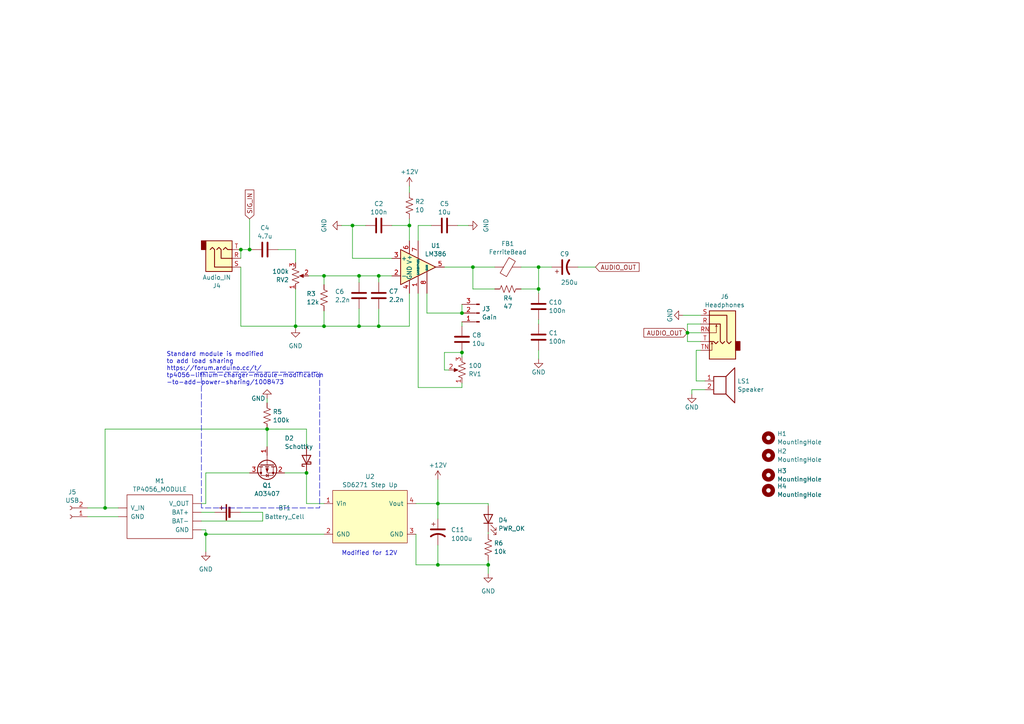
<source format=kicad_sch>
(kicad_sch (version 20230121) (generator eeschema)
  (paper "A4")
  (lib_symbols
    (symbol "!my-kicad-library:AO3407" (pin_names hide)
      (property "Reference" "Q1" (at 0 8.4115 90))
      (property "Value" "AO3407" (at 0 5.6364 90))
      (symbol "AO3407_0_1"
        (polyline (pts (xy 0.254 0) (xy -2.54 0)))
        (polyline (pts (xy 0.254 1.905) (xy 0.254 -1.905)) (stroke (width 0.254)))
        (polyline (pts (xy 0.762 -1.27) (xy 0.762 -2.286)) (stroke (width 0.254)))
        (polyline (pts (xy 0.762 0.508) (xy 0.762 -0.508)) (stroke (width 0.254)))
        (polyline (pts (xy 0.762 2.286) (xy 0.762 1.27)) (stroke (width 0.254)))
        (polyline (pts (xy 2.54 2.54) (xy 2.54 1.778)))
        (polyline (pts (xy 2.54 -2.54) (xy 2.54 0) (xy 0.762 0)))
        (polyline (pts (xy 0.762 1.778) (xy 3.302 1.778) (xy 3.302 -1.778) (xy 0.762 -1.778)))
        (polyline (pts (xy 2.286 0) (xy 1.27 0.381) (xy 1.27 -0.381) (xy 2.286 0)) (fill (type outline)))
        (polyline (pts (xy 2.794 -0.508) (xy 2.921 -0.381) (xy 3.683 -0.381) (xy 3.81 -0.254)))
        (polyline (pts (xy 3.302 -0.381) (xy 2.921 0.254) (xy 3.683 0.254) (xy 3.302 -0.381)))
        (circle (center 1.651 0) (radius 2.794) (stroke (width 0.254)))
        (circle (center 2.54 -1.778) (radius 0.254) (fill (type outline)))
        (circle (center 2.54 1.778) (radius 0.254) (fill (type outline)))
      )
      (symbol "AO3407_1_1"
        (pin input line (at -5.08 0 0) (length 2.54) (name "G") (number "1"))
        (pin passive line (at 2.54 -5.08 90) (length 2.54) (name "S") (number "2"))
        (pin passive line (at 2.54 5.08 270) (length 2.54) (name "D") (number "3"))
      )
    )
    (symbol "!my-kicad-library:TP4056_MODULE_RAW" (pin_numbers hide) (pin_names (offset 1.016))
      (property "Reference" "M" (at 0 -6.35 0))
      (property "Value" "TP4056_MODULE" (at 0 7.62 0))
      (symbol "TP4056_MODULE_RAW_0_1"
        (rectangle (start -8.89 5.08) (end 10.16 -7.62))
      )
      (symbol "TP4056_MODULE_RAW_1_1"
        (pin power_in line (at -11.43 1.27 0) (length 2.54) (name "V_IN") (number "1"))
        (pin power_in line (at -11.43 -1.27 0) (length 2.54) (name "GND") (number "2"))
        (pin power_out line (at 12.7 2.54 180) (length 2.54) (name "V_OUT") (number "3"))
        (pin power_in line (at 12.7 -5.08 180) (length 2.54) (name "GND") (number "4"))
        (pin power_in line (at 12.7 0 180) (length 2.54) (name "BAT+") (number "5"))
        (pin power_in line (at 12.7 -2.54 180) (length 2.54) (name "BAT-") (number "6"))
      )
    )
    (symbol "!my-kicad-library:step-up-module" (pin_names (offset 1.016))
      (property "Reference" "U" (at 2.54 7.62 0))
      (property "Value" "step-up-module" (at 3.81 12.7 0))
      (symbol "step-up-module_0_1"
        (rectangle (start -7.62 10.16) (end 13.97 -5.08) (fill (type background)))
      )
      (symbol "step-up-module_1_1"
        (pin power_in line (at -10.16 6.35 0) (length 2.54) (name "Vin") (number "1"))
        (pin power_in line (at -10.16 -2.54 0) (length 2.54) (name "GND") (number "2"))
        (pin power_in line (at 16.51 -2.54 180) (length 2.54) (name "GND") (number "3"))
        (pin power_out line (at 16.51 6.35 180) (length 2.54) (name "Vout") (number "4"))
      )
    )
    (symbol "Amplifier_Audio:LM386" (pin_names (offset 0.127))
      (property "Reference" "U" (at 1.27 7.62 0))
      (property "Value" "LM386" (at 1.27 5.08 0))
      (symbol "LM386_0_1"
        (polyline (pts (xy 5.08 0) (xy -5.08 5.08) (xy -5.08 -5.08) (xy 5.08 0)) (stroke (width 0.254)) (fill (type background)))
      )
      (symbol "LM386_1_1"
        (pin input line (at 0 -7.62 90) (length 5.08) (name "GAIN") (number "1"))
        (pin input line (at -7.62 -2.54 0) (length 2.54) (name "-") (number "2"))
        (pin input line (at -7.62 2.54 0) (length 2.54) (name "+") (number "3"))
        (pin power_in line (at -2.54 -7.62 90) (length 3.81) (name "GND") (number "4"))
        (pin output line (at 7.62 0 180) (length 2.54) (name "~") (number "5"))
        (pin power_in line (at -2.54 7.62 270) (length 3.81) (name "V+") (number "6"))
        (pin input line (at 0 7.62 270) (length 5.08) (name "BYPASS") (number "7"))
        (pin input line (at 2.54 -7.62 90) (length 6.35) (name "GAIN") (number "8"))
      )
    )
    (symbol "Connector:Conn_01x02_Socket" (pin_names (offset 1.016) hide)
      (property "Reference" "J" (at 0 2.54 0))
      (property "Value" "Conn_01x02_Socket" (at 0 -5.08 0))
      (symbol "Conn_01x02_Socket_1_1"
        (arc (start 0 -2.032) (mid -0.5058 -2.54) (end 0 -3.048) (stroke (width 0.1524)))
        (polyline (pts (xy -1.27 -2.54) (xy -0.508 -2.54)) (stroke (width 0.1524)))
        (polyline (pts (xy -1.27 0) (xy -0.508 0)) (stroke (width 0.1524)))
        (arc (start 0 0.508) (mid -0.5058 0) (end 0 -0.508) (stroke (width 0.1524)))
        (pin passive line (at -5.08 0 0) (length 3.81) (name "Pin_1") (number "1"))
        (pin passive line (at -5.08 -2.54 0) (length 3.81) (name "Pin_2") (number "2"))
      )
    )
    (symbol "Connector:Conn_01x03_Pin" (pin_names (offset 1.016) hide)
      (property "Reference" "J" (at 0 5.08 0))
      (property "Value" "Conn_01x03_Pin" (at 0 -5.08 0))
      (symbol "Conn_01x03_Pin_1_1"
        (polyline (pts (xy 1.27 -2.54) (xy 0.8636 -2.54)) (stroke (width 0.1524)))
        (polyline (pts (xy 1.27 0) (xy 0.8636 0)) (stroke (width 0.1524)))
        (polyline (pts (xy 1.27 2.54) (xy 0.8636 2.54)) (stroke (width 0.1524)))
        (rectangle (start 0.8636 -2.413) (end 0 -2.667) (stroke (width 0.1524)) (fill (type outline)))
        (rectangle (start 0.8636 0.127) (end 0 -0.127) (stroke (width 0.1524)) (fill (type outline)))
        (rectangle (start 0.8636 2.667) (end 0 2.413) (stroke (width 0.1524)) (fill (type outline)))
        (pin passive line (at 5.08 2.54 180) (length 3.81) (name "Pin_1") (number "1"))
        (pin passive line (at 5.08 0 180) (length 3.81) (name "Pin_2") (number "2"))
        (pin passive line (at 5.08 -2.54 180) (length 3.81) (name "Pin_3") (number "3"))
      )
    )
    (symbol "Connector_Audio:AudioJack3"
      (property "Reference" "J" (at 0 8.89 0))
      (property "Value" "AudioJack3" (at 0 6.35 0))
      (symbol "AudioJack3_0_1"
        (rectangle (start -5.08 -5.08) (end -6.35 -2.54) (stroke (width 0.254)) (fill (type outline)))
        (polyline (pts (xy 0 -2.54) (xy 0.635 -3.175) (xy 1.27 -2.54) (xy 2.54 -2.54)) (stroke (width 0.254)))
        (polyline (pts (xy -1.905 -2.54) (xy -1.27 -3.175) (xy -0.635 -2.54) (xy -0.635 0) (xy 2.54 0)) (stroke (width 0.254)))
        (polyline (pts (xy 2.54 2.54) (xy -2.54 2.54) (xy -2.54 -2.54) (xy -3.175 -3.175) (xy -3.81 -2.54)) (stroke (width 0.254)))
        (rectangle (start 2.54 3.81) (end -5.08 -5.08) (stroke (width 0.254)) (fill (type background)))
      )
      (symbol "AudioJack3_1_1"
        (pin passive line (at 5.08 0 180) (length 2.54) (name "~") (number "R"))
        (pin passive line (at 5.08 2.54 180) (length 2.54) (name "~") (number "S"))
        (pin passive line (at 5.08 -2.54 180) (length 2.54) (name "~") (number "T"))
      )
    )
    (symbol "Connector_Audio:AudioJack3_SwitchTR"
      (property "Reference" "J" (at 0 8.89 0))
      (property "Value" "AudioJack3_SwitchTR" (at 0 6.35 0))
      (symbol "AudioJack3_SwitchTR_0_1"
        (rectangle (start -5.08 -5.08) (end -6.35 -7.62) (stroke (width 0.254)) (fill (type outline)))
        (polyline (pts (xy 0.508 -0.254) (xy 0.762 -0.762)))
        (polyline (pts (xy 1.778 -5.334) (xy 2.032 -5.842)))
        (polyline (pts (xy 0 -5.08) (xy 0.635 -5.715) (xy 1.27 -5.08) (xy 2.54 -5.08)) (stroke (width 0.254)))
        (polyline (pts (xy 2.54 -7.62) (xy 1.778 -7.62) (xy 1.778 -5.334) (xy 1.524 -5.842)))
        (polyline (pts (xy 2.54 -2.54) (xy 0.508 -2.54) (xy 0.508 -0.254) (xy 0.254 -0.762)))
        (polyline (pts (xy -1.905 -5.08) (xy -1.27 -5.715) (xy -0.635 -5.08) (xy -0.635 0) (xy 2.54 0)) (stroke (width 0.254)))
        (polyline (pts (xy 2.54 2.54) (xy -2.54 2.54) (xy -2.54 -5.08) (xy -3.175 -5.715) (xy -3.81 -5.08)) (stroke (width 0.254)))
        (rectangle (start 2.54 3.81) (end -5.08 -10.16) (stroke (width 0.254)) (fill (type background)))
      )
      (symbol "AudioJack3_SwitchTR_1_1"
        (pin passive line (at 5.08 0 180) (length 2.54) (name "~") (number "R"))
        (pin passive line (at 5.08 -2.54 180) (length 2.54) (name "~") (number "RN"))
        (pin passive line (at 5.08 2.54 180) (length 2.54) (name "~") (number "S"))
        (pin passive line (at 5.08 -5.08 180) (length 2.54) (name "~") (number "T"))
        (pin passive line (at 5.08 -7.62 180) (length 2.54) (name "~") (number "TN"))
      )
    )
    (symbol "Device:Battery_Cell" (pin_numbers hide) (pin_names (offset 0) hide)
      (property "Reference" "BT" (at 2.54 2.54 0))
      (property "Value" "Battery_Cell" (at 2.54 0 0))
      (symbol "Battery_Cell_0_1"
        (rectangle (start -2.286 1.778) (end 2.286 1.524) (fill (type outline)))
        (rectangle (start -1.524 1.016) (end 1.524 0.508) (fill (type outline)))
        (polyline (pts (xy 0 0.762) (xy 0 0)))
        (polyline (pts (xy 0 1.778) (xy 0 2.54)))
        (polyline (pts (xy 0.762 3.048) (xy 1.778 3.048)) (stroke (width 0.254)))
        (polyline (pts (xy 1.27 3.556) (xy 1.27 2.54)) (stroke (width 0.254)))
      )
      (symbol "Battery_Cell_1_1"
        (pin passive line (at 0 5.08 270) (length 2.54) (name "+") (number "1"))
        (pin passive line (at 0 -2.54 90) (length 2.54) (name "-") (number "2"))
      )
    )
    (symbol "Device:C" (pin_numbers hide) (pin_names (offset 0.254))
      (property "Reference" "C" (at 0.635 2.54 0))
      (property "Value" "C" (at 0.635 -2.54 0))
      (symbol "C_0_1"
        (polyline (pts (xy -2.032 -0.762) (xy 2.032 -0.762)) (stroke (width 0.508)))
        (polyline (pts (xy -2.032 0.762) (xy 2.032 0.762)) (stroke (width 0.508)))
      )
      (symbol "C_1_1"
        (pin passive line (at 0 3.81 270) (length 2.794) (name "~") (number "1"))
        (pin passive line (at 0 -3.81 90) (length 2.794) (name "~") (number "2"))
      )
    )
    (symbol "Device:C_Polarized_US" (pin_numbers hide) (pin_names (offset 0.254) hide)
      (property "Reference" "C" (at 0.635 2.54 0))
      (property "Value" "C_Polarized_US" (at 0.635 -2.54 0))
      (symbol "C_Polarized_US_0_1"
        (polyline (pts (xy -2.032 0.762) (xy 2.032 0.762)) (stroke (width 0.508)))
        (polyline (pts (xy -1.778 2.286) (xy -0.762 2.286)))
        (polyline (pts (xy -1.27 1.778) (xy -1.27 2.794)))
        (arc (start 2.032 -1.27) (mid 0 -0.5572) (end -2.032 -1.27) (stroke (width 0.508)))
      )
      (symbol "C_Polarized_US_1_1"
        (pin passive line (at 0 3.81 270) (length 2.794) (name "~") (number "1"))
        (pin passive line (at 0 -3.81 90) (length 3.302) (name "~") (number "2"))
      )
    )
    (symbol "Device:D_Schottky" (pin_numbers hide) (pin_names (offset 1.016) hide)
      (property "Reference" "D" (at 0 2.54 0))
      (property "Value" "D_Schottky" (at 0 -2.54 0))
      (symbol "D_Schottky_0_1"
        (polyline (pts (xy 1.27 0) (xy -1.27 0)))
        (polyline (pts (xy 1.27 1.27) (xy 1.27 -1.27) (xy -1.27 0) (xy 1.27 1.27)) (stroke (width 0.254)))
        (polyline (pts (xy -1.905 0.635) (xy -1.905 1.27) (xy -1.27 1.27) (xy -1.27 -1.27) (xy -0.635 -1.27) (xy -0.635 -0.635)) (stroke (width 0.254)))
      )
      (symbol "D_Schottky_1_1"
        (pin passive line (at -3.81 0 0) (length 2.54) (name "K") (number "1"))
        (pin passive line (at 3.81 0 180) (length 2.54) (name "A") (number "2"))
      )
    )
    (symbol "Device:FerriteBead" (pin_numbers hide) (pin_names (offset 0))
      (property "Reference" "FB" (at -3.81 0.635 90))
      (property "Value" "FerriteBead" (at 3.81 0 90))
      (symbol "FerriteBead_0_1"
        (polyline (pts (xy 0 -1.27) (xy 0 -1.2192)))
        (polyline (pts (xy 0 1.27) (xy 0 1.2954)))
        (polyline (pts (xy -2.7686 0.4064) (xy -1.7018 2.2606) (xy 2.7686 -0.3048) (xy 1.6764 -2.159) (xy -2.7686 0.4064)))
      )
      (symbol "FerriteBead_1_1"
        (pin passive line (at 0 3.81 270) (length 2.54) (name "~") (number "1"))
        (pin passive line (at 0 -3.81 90) (length 2.54) (name "~") (number "2"))
      )
    )
    (symbol "Device:LED" (pin_numbers hide) (pin_names (offset 1.016) hide)
      (property "Reference" "D" (at 0 2.54 0))
      (property "Value" "LED" (at 0 -2.54 0))
      (symbol "LED_0_1"
        (polyline (pts (xy -1.27 -1.27) (xy -1.27 1.27)) (stroke (width 0.254)))
        (polyline (pts (xy -1.27 0) (xy 1.27 0)))
        (polyline (pts (xy 1.27 -1.27) (xy 1.27 1.27) (xy -1.27 0) (xy 1.27 -1.27)) (stroke (width 0.254)))
        (polyline (pts (xy -3.048 -0.762) (xy -4.572 -2.286) (xy -3.81 -2.286) (xy -4.572 -2.286) (xy -4.572 -1.524)))
        (polyline (pts (xy -1.778 -0.762) (xy -3.302 -2.286) (xy -2.54 -2.286) (xy -3.302 -2.286) (xy -3.302 -1.524)))
      )
      (symbol "LED_1_1"
        (pin passive line (at -3.81 0 0) (length 2.54) (name "K") (number "1"))
        (pin passive line (at 3.81 0 180) (length 2.54) (name "A") (number "2"))
      )
    )
    (symbol "Device:R_Potentiometer_US" (pin_names (offset 1.016) hide)
      (property "Reference" "RV" (at -4.445 0 90))
      (property "Value" "R_Potentiometer_US" (at -2.54 0 90))
      (symbol "R_Potentiometer_US_0_1"
        (polyline (pts (xy 0 -2.286) (xy 0 -2.54)))
        (polyline (pts (xy 0 2.54) (xy 0 2.286)))
        (polyline (pts (xy 2.54 0) (xy 1.524 0)))
        (polyline (pts (xy 1.143 0) (xy 2.286 0.508) (xy 2.286 -0.508) (xy 1.143 0)) (fill (type outline)))
        (polyline (pts (xy 0 -0.762) (xy 1.016 -1.143) (xy 0 -1.524) (xy -1.016 -1.905) (xy 0 -2.286)))
        (polyline (pts (xy 0 0.762) (xy 1.016 0.381) (xy 0 0) (xy -1.016 -0.381) (xy 0 -0.762)))
        (polyline (pts (xy 0 2.286) (xy 1.016 1.905) (xy 0 1.524) (xy -1.016 1.143) (xy 0 0.762)))
      )
      (symbol "R_Potentiometer_US_1_1"
        (pin passive line (at 0 3.81 270) (length 1.27) (name "1") (number "1"))
        (pin passive line (at 3.81 0 180) (length 1.27) (name "2") (number "2"))
        (pin passive line (at 0 -3.81 90) (length 1.27) (name "3") (number "3"))
      )
    )
    (symbol "Device:R_US" (pin_numbers hide) (pin_names (offset 0))
      (property "Reference" "R" (at 2.54 0 90))
      (property "Value" "R_US" (at -2.54 0 90))
      (symbol "R_US_0_1"
        (polyline (pts (xy 0 -2.286) (xy 0 -2.54)))
        (polyline (pts (xy 0 2.286) (xy 0 2.54)))
        (polyline (pts (xy 0 -0.762) (xy 1.016 -1.143) (xy 0 -1.524) (xy -1.016 -1.905) (xy 0 -2.286)))
        (polyline (pts (xy 0 0.762) (xy 1.016 0.381) (xy 0 0) (xy -1.016 -0.381) (xy 0 -0.762)))
        (polyline (pts (xy 0 2.286) (xy 1.016 1.905) (xy 0 1.524) (xy -1.016 1.143) (xy 0 0.762)))
      )
      (symbol "R_US_1_1"
        (pin passive line (at 0 3.81 270) (length 1.27) (name "~") (number "1"))
        (pin passive line (at 0 -3.81 90) (length 1.27) (name "~") (number "2"))
      )
    )
    (symbol "Device:Speaker" (pin_names (offset 0) hide)
      (property "Reference" "LS" (at 1.27 5.715 0))
      (property "Value" "Speaker" (at 1.27 3.81 0))
      (symbol "Speaker_0_0"
        (rectangle (start -2.54 1.27) (end 1.016 -3.81) (stroke (width 0.254)))
        (polyline (pts (xy 1.016 1.27) (xy 3.556 3.81) (xy 3.556 -6.35) (xy 1.016 -3.81)) (stroke (width 0.254)))
      )
      (symbol "Speaker_1_1"
        (pin input line (at -5.08 0 0) (length 2.54) (name "1") (number "1"))
        (pin input line (at -5.08 -2.54 0) (length 2.54) (name "2") (number "2"))
      )
    )
    (symbol "Mechanical:MountingHole" (pin_names (offset 1.016))
      (property "Reference" "H" (at 0 5.08 0))
      (property "Value" "MountingHole" (at 0 3.175 0))
      (symbol "MountingHole_0_1"
        (circle (center 0 0) (radius 1.27) (stroke (width 1.27)))
      )
    )
    (symbol "power:+12V" (power) (pin_names (offset 0))
      (property "Value" "+12V" (at 0 3.556 0))
      (symbol "+12V_0_1"
        (polyline (pts (xy -0.762 1.27) (xy 0 2.54)))
        (polyline (pts (xy 0 0) (xy 0 2.54)))
        (polyline (pts (xy 0 2.54) (xy 0.762 1.27)))
      )
      (symbol "+12V_1_1"
        (pin power_in line (at 0 0 90) (length 0) hide (name "+12V") (number "1"))
      )
    )
    (symbol "power:GND" (power) (pin_names (offset 0))
      (property "Value" "GND" (at 0 -3.81 0))
      (symbol "GND_0_1"
        (polyline (pts (xy 0 0) (xy 0 -1.27) (xy 1.27 -1.27) (xy 0 -2.54) (xy -1.27 -1.27) (xy 0 -1.27)))
      )
      (symbol "GND_1_1"
        (pin power_in line (at 0 0 270) (length 0) hide (name "GND") (number "1"))
      )
    )
  )
  (junction (at 69.85 72.39))
  (junction (at 156.21 77.47))
  (junction (at 127 163.83))
  (junction (at 156.21 83.82))
  (junction (at 93.98 94.615))
  (junction (at 109.855 80.01))
  (junction (at 133.985 102.235))
  (junction (at 88.9 137.16))
  (junction (at 102.235 65.405))
  (junction (at 127 146.05))
  (junction (at 30.48 147.32))
  (junction (at 109.855 94.615))
  (junction (at 104.14 94.615))
  (junction (at 137.16 77.47))
  (junction (at 104.14 80.01))
  (junction (at 118.745 65.405))
  (junction (at 133.985 90.805))
  (junction (at 59.69 154.94))
  (junction (at 199.39 96.52))
  (junction (at 72.39 72.39))
  (junction (at 77.47 124.46))
  (junction (at 141.605 163.83))
  (junction (at 85.725 94.615))
  (junction (at 93.98 80.01))
  (wire (pts (xy 77.47 124.46) (xy 30.48 124.46)))
  (wire (pts (xy 141.605 162.56) (xy 141.605 163.83)))
  (wire (pts (xy 199.39 93.98) (xy 199.39 96.52)))
  (wire (pts (xy 120.65 163.83) (xy 127 163.83)))
  (wire (pts (xy 104.14 80.01) (xy 109.855 80.01)))
  (wire (pts (xy 113.665 65.405) (xy 118.745 65.405)))
  (wire (pts (xy 76.2 151.13) (xy 76.2 148.59)))
  (wire (pts (xy 88.9 137.16) (xy 88.9 146.05)))
  (wire (pts (xy 204.47 113.03) (xy 200.66 113.03)))
  (wire (pts (xy 30.48 124.46) (xy 30.48 147.32)))
  (wire (pts (xy 82.55 137.16) (xy 88.9 137.16)))
  (wire (pts (xy 72.39 137.16) (xy 59.69 137.16)))
  (wire (pts (xy 118.745 63.5) (xy 118.745 65.405)))
  (wire (pts (xy 127 150.495) (xy 127 146.05)))
  (wire (pts (xy 109.855 80.01) (xy 113.665 80.01)))
  (wire (pts (xy 58.42 148.59) (xy 62.23 148.59)))
  (wire (pts (xy 58.42 151.13) (xy 76.2 151.13)))
  (wire (pts (xy 77.47 115.57) (xy 77.47 116.84)))
  (wire (pts (xy 121.285 65.405) (xy 125.095 65.405)))
  (wire (pts (xy 156.21 83.82) (xy 156.21 77.47)))
  (wire (pts (xy 99.06 65.405) (xy 102.235 65.405)))
  (wire (pts (xy 151.13 83.82) (xy 156.21 83.82)))
  (wire (pts (xy 201.93 101.6) (xy 203.2 101.6)))
  (wire (pts (xy 85.725 83.82) (xy 85.725 94.615)))
  (wire (pts (xy 120.65 154.94) (xy 120.65 163.83)))
  (wire (pts (xy 132.715 65.405) (xy 135.89 65.405)))
  (wire (pts (xy 88.9 129.54) (xy 88.9 124.46)))
  (wire (pts (xy 133.985 111.125) (xy 133.985 112.395)))
  (wire (pts (xy 201.93 110.49) (xy 204.47 110.49)))
  (wire (pts (xy 25.4 147.32) (xy 30.48 147.32)))
  (wire (pts (xy 128.905 102.235) (xy 133.985 102.235)))
  (wire (pts (xy 200.66 113.03) (xy 200.66 114.3)))
  (wire (pts (xy 118.745 65.405) (xy 118.745 69.85)))
  (wire (pts (xy 58.42 146.05) (xy 59.69 146.05)))
  (wire (pts (xy 128.905 107.315) (xy 128.905 102.235)))
  (wire (pts (xy 72.39 63.5) (xy 72.39 72.39)))
  (wire (pts (xy 141.605 146.685) (xy 141.605 146.05)))
  (wire (pts (xy 69.85 77.47) (xy 69.85 94.615)))
  (wire (pts (xy 199.39 96.52) (xy 203.2 96.52)))
  (wire (pts (xy 199.39 96.52) (xy 199.39 99.06)))
  (wire (pts (xy 77.47 124.46) (xy 77.47 129.54)))
  (wire (pts (xy 58.42 153.67) (xy 59.69 153.67)))
  (wire (pts (xy 123.825 85.09) (xy 123.825 90.805)))
  (wire (pts (xy 201.93 101.6) (xy 201.93 110.49)))
  (wire (pts (xy 133.985 94.615) (xy 133.985 93.345)))
  (wire (pts (xy 127 158.115) (xy 127 163.83)))
  (wire (pts (xy 156.21 83.82) (xy 156.21 85.09)))
  (wire (pts (xy 102.235 65.405) (xy 106.045 65.405)))
  (wire (pts (xy 156.21 93.98) (xy 156.21 92.71)))
  (wire (pts (xy 120.65 146.05) (xy 127 146.05)))
  (wire (pts (xy 69.85 72.39) (xy 72.39 72.39)))
  (wire (pts (xy 198.12 91.44) (xy 203.2 91.44)))
  (wire (pts (xy 80.645 72.39) (xy 85.725 72.39)))
  (wire (pts (xy 25.4 149.86) (xy 34.29 149.86)))
  (wire (pts (xy 59.69 160.02) (xy 59.69 154.94)))
  (wire (pts (xy 69.85 94.615) (xy 85.725 94.615)))
  (wire (pts (xy 59.69 137.16) (xy 59.69 146.05)))
  (wire (pts (xy 156.21 101.6) (xy 156.21 104.14)))
  (wire (pts (xy 121.285 85.09) (xy 121.285 112.395)))
  (wire (pts (xy 109.855 80.01) (xy 109.855 81.915)))
  (wire (pts (xy 89.535 80.01) (xy 93.98 80.01)))
  (wire (pts (xy 127 163.83) (xy 141.605 163.83)))
  (wire (pts (xy 85.725 94.615) (xy 85.725 95.25)))
  (wire (pts (xy 93.98 80.01) (xy 93.98 82.55)))
  (wire (pts (xy 30.48 147.32) (xy 34.29 147.32)))
  (wire (pts (xy 121.285 65.405) (xy 121.285 69.85)))
  (wire (pts (xy 102.235 74.93) (xy 113.665 74.93)))
  (wire (pts (xy 104.14 94.615) (xy 109.855 94.615)))
  (wire (pts (xy 85.725 94.615) (xy 93.98 94.615)))
  (wire (pts (xy 133.985 88.265) (xy 133.985 90.805)))
  (wire (pts (xy 76.2 148.59) (xy 69.85 148.59)))
  (wire (pts (xy 137.16 83.82) (xy 137.16 77.47)))
  (wire (pts (xy 118.745 85.09) (xy 118.745 94.615)))
  (wire (pts (xy 93.98 90.17) (xy 93.98 94.615)))
  (wire (pts (xy 203.2 93.98) (xy 199.39 93.98)))
  (wire (pts (xy 109.855 89.535) (xy 109.855 94.615)))
  (wire (pts (xy 172.72 77.47) (xy 167.64 77.47)))
  (wire (pts (xy 156.21 77.47) (xy 160.02 77.47)))
  (wire (pts (xy 141.605 146.05) (xy 127 146.05)))
  (wire (pts (xy 118.745 53.975) (xy 118.745 55.88)))
  (wire (pts (xy 72.39 72.39) (xy 73.025 72.39)))
  (wire (pts (xy 93.98 80.01) (xy 104.14 80.01)))
  (wire (pts (xy 130.175 107.315) (xy 128.905 107.315)))
  (wire (pts (xy 104.14 89.535) (xy 104.14 94.615)))
  (wire (pts (xy 133.985 102.235) (xy 133.985 103.505)))
  (wire (pts (xy 123.825 90.805) (xy 133.985 90.805)))
  (wire (pts (xy 127 139.065) (xy 127 146.05)))
  (wire (pts (xy 102.235 65.405) (xy 102.235 74.93)))
  (wire (pts (xy 109.855 94.615) (xy 118.745 94.615)))
  (wire (pts (xy 93.98 154.94) (xy 59.69 154.94)))
  (wire (pts (xy 141.605 154.305) (xy 141.605 154.94)))
  (wire (pts (xy 59.69 154.94) (xy 59.69 153.67)))
  (wire (pts (xy 85.725 72.39) (xy 85.725 76.2)))
  (wire (pts (xy 141.605 163.83) (xy 141.605 166.37)))
  (wire (pts (xy 143.51 83.82) (xy 137.16 83.82)))
  (wire (pts (xy 151.13 77.47) (xy 156.21 77.47)))
  (wire (pts (xy 121.285 112.395) (xy 133.985 112.395)))
  (wire (pts (xy 199.39 99.06) (xy 203.2 99.06)))
  (wire (pts (xy 69.85 72.39) (xy 69.85 74.93)))
  (wire (pts (xy 93.98 94.615) (xy 104.14 94.615)))
  (wire (pts (xy 137.16 77.47) (xy 143.51 77.47)))
  (wire (pts (xy 128.905 77.47) (xy 137.16 77.47)))
  (wire (pts (xy 88.9 124.46) (xy 77.47 124.46)))
  (wire (pts (xy 104.14 80.01) (xy 104.14 81.915)))
  (wire (pts (xy 88.9 146.05) (xy 93.98 146.05)))
  (rectangle (start 58.42 107.95) (end 92.71 147.32) (stroke (width 0) (type dash)))
  (text "Standard module is modified\nto add load sharing\nhttps://forum.arduino.cc/t/\ntp4056-lithium-charger-module-modification\n-to-add-power-sharing/1008473\n" (at 48.26 111.76 0) (effects (font (size 1.27 1.27)) (justify left bottom)))
  (text "Modified for 12V" (at 99.06 161.29 0) (effects (font (size 1.27 1.27)) (justify left bottom)))
  (global_label "SIG_IN" (shape input) (at 72.39 63.5 90) (property "Intersheetrefs" "${INTERSHEET_REFS}" (effects hide)))
  (global_label "AUDIO_OUT" (shape input) (at 199.39 96.52 180) (property "Intersheetrefs" "${INTERSHEET_REFS}" (effects hide)))
  (global_label "AUDIO_OUT" (shape input) (at 172.72 77.47 0) (property "Intersheetrefs" "${INTERSHEET_REFS}" (effects hide)))
  (symbol (lib_id "Device:FerriteBead") (at 147.32 77.47 90) (unit 1)
    (property "Reference" "FB1" (at 147.2692 70.6841 90))
    (property "Value" "FerriteBead" (at 147.2692 73.1083 90))
    (property "Footprint" "Resistor_SMD:R_0805_2012Metric" (effects hide))
  )
  (symbol (lib_id "Device:C") (at 104.14 85.725 180) (unit 1)
    (property "Reference" "C6" (at 97.155 84.5708 0) (effects (justify right)))
    (property "Value" "2.2n" (at 97.155 86.995 0) (effects (justify right)))
    (property "Footprint" "Capacitor_SMD:C_1206_3216Metric" (effects hide))
  )
  (symbol (lib_id "Device:C") (at 133.985 98.425 180) (unit 1)
    (property "Reference" "C8" (at 136.906 97.2129 0) (effects (justify right)))
    (property "Value" "10u" (at 136.906 99.6371 0) (effects (justify right)))
    (property "Footprint" "Capacitor_SMD:C_1206_3216Metric" (effects hide))
  )
  (symbol (lib_id "!my-kicad-library:AO3407") (at 77.47 134.62 90) (mirror x) (unit 1)
    (property "Reference" "Q1" (at 77.47 140.7851 90))
    (property "Value" "AO3407" (at 77.47 143.2093 90))
    (property "Footprint" "Package_TO_SOT_SMD:SOT-23" (effects hide))
    (property "Datasheet" "http://www.aosmd.com/pdfs/datasheet/ao3407.pdf" (effects hide))
  )
  (symbol (lib_id "Device:C") (at 109.855 65.405 90) (unit 1)
    (property "Reference" "C2" (at 109.855 59.1017 90))
    (property "Value" "100n" (at 109.855 61.5259 90))
    (property "Footprint" "Capacitor_SMD:C_1206_3216Metric" (effects hide))
  )
  (symbol (lib_id "Device:R_Potentiometer_US") (at 85.725 80.01 0) (mirror x) (unit 1)
    (property "Reference" "RV2" (at 83.82 81.1642 0) (effects (justify right)))
    (property "Value" "100k" (at 83.82 78.74 0) (effects (justify right)))
    (property "Footprint" "Potentiometer_THT:Potentiometer_Alps_RK09Y11_Single_Horizontal" (effects hide))
  )
  (symbol (lib_id "power:GND") (at 200.66 114.3 0) (unit 1)
    (property "Reference" "#PWR09" (effects hide))
    (property "Value" "GND" (at 200.66 118.11 0))
  )
  (symbol (lib_id "Connector_Audio:AudioJack3_SwitchTR") (at 208.28 93.98 0) (mirror y) (unit 1)
    (property "Reference" "J6" (at 210.185 86.0257 0))
    (property "Value" "Headphones" (at 210.185 88.4499 0))
    (property "Footprint" "Connector_Audio:Jack_3.5mm_CUI_SJ1-3535NG_Horizontal" (effects hide))
    (property "Datasheet" "https://www.cuidevices.com/product/resource/sj1-353xng.pdf" (effects hide))
  )
  (symbol (lib_id "Mechanical:MountingHole") (at 222.885 127 0) (unit 1)
    (property "Reference" "H1" (at 225.425 125.7879 0) (effects (justify left)))
    (property "Value" "MountingHole" (at 225.425 128.2121 0) (effects (justify left)))
    (property "Footprint" "MountingHole:MountingHole_3.2mm_M3" (effects hide))
  )
  (symbol (lib_id "Device:C") (at 109.855 85.725 180) (unit 1)
    (property "Reference" "C7" (at 112.776 84.5129 0) (effects (justify right)))
    (property "Value" "2.2n" (at 112.776 86.9371 0) (effects (justify right)))
    (property "Footprint" "Capacitor_SMD:C_1206_3216Metric" (effects hide))
  )
  (symbol (lib_id "Connector:Conn_01x03_Pin") (at 139.065 90.805 180) (unit 1)
    (property "Reference" "J3" (at 139.7762 89.5929 0) (effects (justify right)))
    (property "Value" "Gain" (at 139.7762 92.0171 0) (effects (justify right)))
    (property "Footprint" "Connector_PinHeader_2.54mm:PinHeader_1x03_P2.54mm_Vertical" (effects hide))
  )
  (symbol (lib_id "power:GND") (at 59.69 160.02 0) (unit 1)
    (property "Reference" "#PWR011" (effects hide))
    (property "Value" "GND" (at 59.69 165.1 0))
  )
  (symbol (lib_id "Device:C") (at 76.835 72.39 90) (unit 1)
    (property "Reference" "C4" (at 76.835 66.0867 90))
    (property "Value" "4.7u" (at 76.835 68.5109 90))
    (property "Footprint" "Capacitor_SMD:C_1206_3216Metric" (effects hide))
  )
  (symbol (lib_id "Device:C_Polarized_US") (at 163.83 77.47 90) (unit 1)
    (property "Reference" "C9" (at 165.1 73.66 90) (effects (justify left)))
    (property "Value" "250u" (at 167.64 81.915 90) (effects (justify left)))
    (property "Footprint" "Capacitor_THT:CP_Radial_D5.0mm_P2.50mm" (effects hide))
  )
  (symbol (lib_id "power:GND") (at 198.12 91.44 270) (unit 1)
    (property "Reference" "#PWR08" (effects hide))
    (property "Value" "GND" (at 194.31 91.44 0))
  )
  (symbol (lib_id "Device:R_US") (at 118.745 59.69 0) (unit 1)
    (property "Reference" "R2" (at 120.396 58.4779 0) (effects (justify left)))
    (property "Value" "10" (at 120.396 60.9021 0) (effects (justify left)))
    (property "Footprint" "Resistor_SMD:R_0805_2012Metric" (effects hide))
  )
  (symbol (lib_id "power:GND") (at 85.725 95.25 0) (unit 1)
    (property "Reference" "#PWR010" (effects hide))
    (property "Value" "GND" (at 85.725 100.33 0))
  )
  (symbol (lib_id "Connector:Conn_01x02_Socket") (at 20.32 149.86 180) (unit 1)
    (property "Reference" "J5" (at 20.955 142.7185 0))
    (property "Value" "USB" (at 20.955 145.1427 0))
  )
  (symbol (lib_id "power:GND") (at 156.21 104.14 0) (unit 1)
    (property "Reference" "#PWR02" (effects hide))
    (property "Value" "GND" (at 156.21 107.95 0))
  )
  (symbol (lib_id "Device:R_US") (at 141.605 158.75 0) (unit 1)
    (property "Reference" "R6" (at 143.256 157.5379 0) (effects (justify left)))
    (property "Value" "10k" (at 143.256 159.9621 0) (effects (justify left)))
    (property "Footprint" "Resistor_SMD:R_0805_2012Metric" (effects hide))
  )
  (symbol (lib_id "Device:D_Schottky") (at 88.9 133.35 90) (unit 1)
    (property "Reference" "D2" (at 82.55 127.1158 90) (effects (justify right)))
    (property "Value" "Schottky" (at 82.55 129.54 90) (effects (justify right)))
    (property "Footprint" "Diode_SMD:D_SMA" (effects hide))
  )
  (symbol (lib_id "power:+12V") (at 118.745 53.975 0) (unit 1)
    (property "Reference" "#PWR06" (effects hide))
    (property "Value" "+12V" (at 118.745 49.8419 0))
  )
  (symbol (lib_id "Device:C_Polarized_US") (at 127 154.305 0) (unit 1)
    (property "Reference" "C11" (at 130.81 153.67 0) (effects (justify left)))
    (property "Value" "1000u" (at 130.81 156.21 0) (effects (justify left)))
    (property "Footprint" "Capacitor_THT:CP_Radial_D10.0mm_P2.50mm" (effects hide))
  )
  (symbol (lib_id "Device:Battery_Cell") (at 67.31 148.59 90) (unit 1) (in_bom no) (on_board no)
    (property "Reference" "BT1" (at 82.55 147.32 90))
    (property "Value" "Battery_Cell" (at 82.55 149.86 90))
  )
  (symbol (lib_id "!my-kicad-library:step-up-module") (at 104.14 152.4 0) (unit 1)
    (property "Reference" "U2" (at 107.315 138.2227 0))
    (property "Value" "SD6271 Step Up" (at 107.315 140.6469 0))
    (property "Footprint" "!my-lib:SD6271_StepUp" (effects hide))
  )
  (symbol (lib_id "power:GND") (at 77.47 115.57 180) (unit 1)
    (property "Reference" "#PWR012" (effects hide))
    (property "Value" "GND" (at 74.93 115.57 0))
  )
  (symbol (lib_id "Device:C") (at 156.21 97.79 180) (unit 1)
    (property "Reference" "C1" (at 159.131 96.5779 0) (effects (justify right)))
    (property "Value" "100n" (at 159.131 99.0021 0) (effects (justify right)))
    (property "Footprint" "Capacitor_SMD:C_1206_3216Metric" (effects hide))
  )
  (symbol (lib_id "Device:R_US") (at 93.98 86.36 180) (unit 1)
    (property "Reference" "R3" (at 88.9 85.2058 0) (effects (justify right)))
    (property "Value" "12k" (at 88.9 87.63 0) (effects (justify right)))
    (property "Footprint" "Resistor_SMD:R_0805_2012Metric" (effects hide))
  )
  (symbol (lib_id "Mechanical:MountingHole") (at 222.885 132.08 0) (unit 1)
    (property "Reference" "H2" (at 225.425 130.8679 0) (effects (justify left)))
    (property "Value" "MountingHole" (at 225.425 133.2921 0) (effects (justify left)))
    (property "Footprint" "MountingHole:MountingHole_3.2mm_M3" (effects hide))
  )
  (symbol (lib_id "power:GND") (at 135.89 65.405 90) (unit 1)
    (property "Reference" "#PWR07" (effects hide))
    (property "Value" "GND" (at 140.97 65.405 0))
  )
  (symbol (lib_id "!my-kicad-library:TP4056_MODULE_RAW") (at 45.72 148.59 0) (unit 1) (on_board no)
    (property "Reference" "M1" (at 46.355 139.4927 0))
    (property "Value" "TP4056_MODULE" (at 46.355 141.9169 0))
    (property "Footprint" "!my-lib:TP4056-18650" (effects hide))
  )
  (symbol (lib_id "Device:Speaker") (at 209.55 110.49 0) (unit 1)
    (property "Reference" "LS1" (at 213.868 110.5479 0) (effects (justify left)))
    (property "Value" "Speaker" (at 213.868 112.9721 0) (effects (justify left)))
    (property "Footprint" "Connector_PinHeader_2.54mm:PinHeader_1x02_P2.54mm_Vertical" (effects hide))
  )
  (symbol (lib_id "power:GND") (at 99.06 65.405 270) (unit 1)
    (property "Reference" "#PWR04" (effects hide))
    (property "Value" "GND" (at 93.98 65.405 0))
  )
  (symbol (lib_id "Connector_Audio:AudioJack3") (at 64.77 74.93 0) (mirror x) (unit 1)
    (property "Reference" "J4" (at 62.865 82.8843 0))
    (property "Value" "Audio_IN" (at 62.865 80.4601 0))
    (property "Footprint" "Connector_Audio:Jack_3.5mm_CUI_SJ1-3533NG_Horizontal" (effects hide))
  )
  (symbol (lib_id "power:+12V") (at 127 139.065 0) (unit 1)
    (property "Reference" "#PWR013" (effects hide))
    (property "Value" "+12V" (at 127 134.9319 0))
  )
  (symbol (lib_id "Device:R_US") (at 77.47 120.65 180) (unit 1)
    (property "Reference" "R5" (at 79.121 119.4379 0) (effects (justify right)))
    (property "Value" "100k" (at 79.121 121.8621 0) (effects (justify right)))
    (property "Footprint" "Resistor_SMD:R_0805_2012Metric" (effects hide))
  )
  (symbol (lib_id "Device:LED") (at 141.605 150.495 90) (unit 1)
    (property "Reference" "D4" (at 144.526 150.8704 90) (effects (justify right)))
    (property "Value" "PWR_OK" (at 144.526 153.2946 90) (effects (justify right)))
    (property "Footprint" "LED_THT:LED_D5.0mm" (effects hide))
  )
  (symbol (lib_id "Device:R_US") (at 147.32 83.82 90) (unit 1)
    (property "Reference" "R4" (at 147.32 86.4758 90))
    (property "Value" "47" (at 147.32 88.9 90))
    (property "Footprint" "Resistor_SMD:R_0805_2012Metric" (effects hide))
  )
  (symbol (lib_id "Device:C") (at 128.905 65.405 270) (unit 1)
    (property "Reference" "C5" (at 128.905 59.1017 90))
    (property "Value" "10u" (at 128.905 61.5259 90))
    (property "Footprint" "Capacitor_SMD:C_1206_3216Metric" (effects hide))
  )
  (symbol (lib_id "Mechanical:MountingHole") (at 222.885 142.24 0) (unit 1)
    (property "Reference" "H4" (at 225.425 141.0279 0) (effects (justify left)))
    (property "Value" "MountingHole" (at 225.425 143.4521 0) (effects (justify left)))
    (property "Footprint" "MountingHole:MountingHole_3.2mm_M3" (effects hide))
  )
  (symbol (lib_id "Device:R_Potentiometer_US") (at 133.985 107.315 180) (unit 1)
    (property "Reference" "RV1" (at 135.89 108.4692 0) (effects (justify right)))
    (property "Value" "100" (at 135.89 106.045 0) (effects (justify right)))
    (property "Footprint" "Potentiometer_THT:Potentiometer_Runtron_RM-065_Vertical" (effects hide))
  )
  (symbol (lib_id "Mechanical:MountingHole") (at 222.885 137.795 0) (unit 1)
    (property "Reference" "H3" (at 225.425 136.5829 0) (effects (justify left)))
    (property "Value" "MountingHole" (at 225.425 139.0071 0) (effects (justify left)))
    (property "Footprint" "MountingHole:MountingHole_3.2mm_M3" (effects hide))
  )
  (symbol (lib_id "Amplifier_Audio:LM386") (at 121.285 77.47 0) (unit 1)
    (property "Reference" "U1" (at 126.365 71.2358 0))
    (property "Value" "LM386" (at 126.365 73.66 0))
    (property "Footprint" "Package_DIP:DIP-8_W7.62mm_Socket_LongPads" (effects hide))
    (property "Datasheet" "http://www.ti.com/lit/ds/symlink/lm386.pdf" (effects hide))
  )
  (symbol (lib_id "power:GND") (at 141.605 166.37 0) (unit 1)
    (property "Reference" "#PWR014" (effects hide))
    (property "Value" "GND" (at 141.605 171.45 0))
  )
  (symbol (lib_id "Device:C") (at 156.21 88.9 180) (unit 1)
    (property "Reference" "C10" (at 159.131 87.6879 0) (effects (justify right)))
    (property "Value" "100n" (at 159.131 90.1121 0) (effects (justify right)))
    (property "Footprint" "Capacitor_SMD:C_1206_3216Metric" (effects hide))
  )
)
</source>
